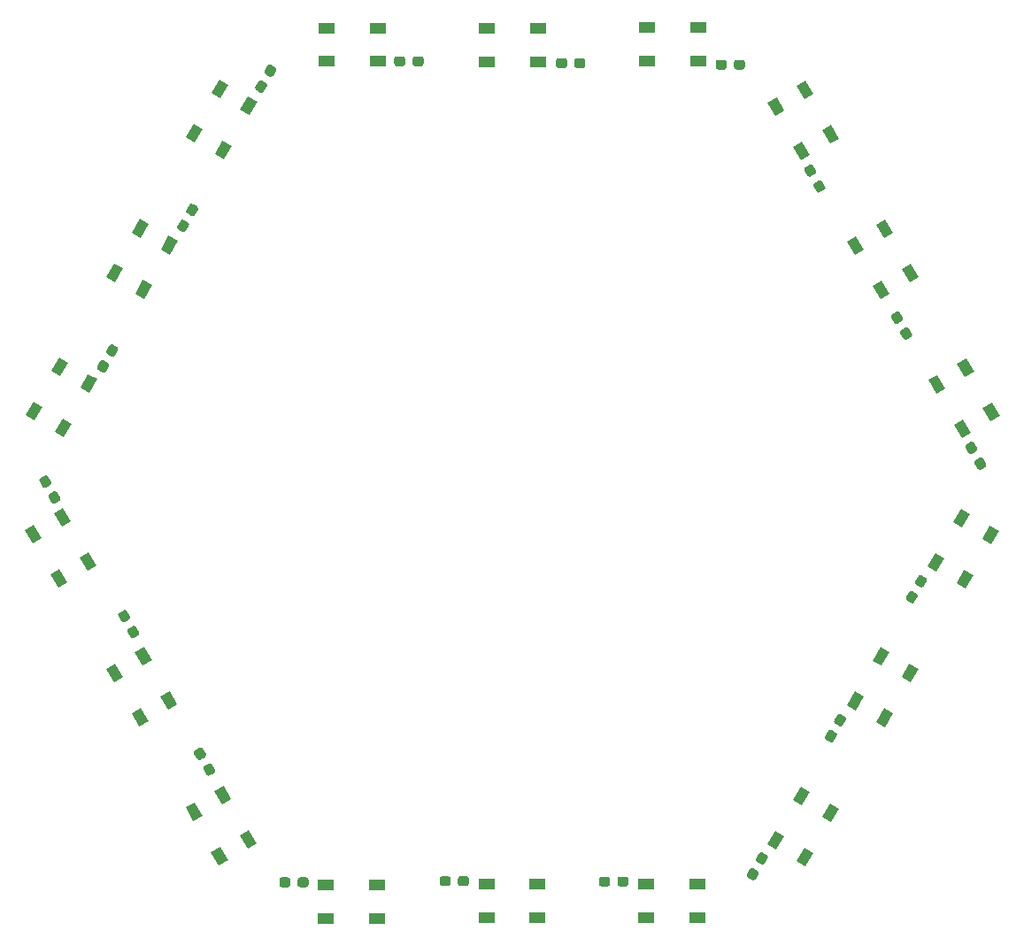
<source format=gtp>
%TF.GenerationSoftware,KiCad,Pcbnew,(5.1.6-0-10_14)*%
%TF.CreationDate,2022-03-25T15:42:39-05:00*%
%TF.ProjectId,ws2812b_hexagon_BACKUP_20220323,77733238-3132-4625-9f68-657861676f6e,rev?*%
%TF.SameCoordinates,Original*%
%TF.FileFunction,Paste,Top*%
%TF.FilePolarity,Positive*%
%FSLAX46Y46*%
G04 Gerber Fmt 4.6, Leading zero omitted, Abs format (unit mm)*
G04 Created by KiCad (PCBNEW (5.1.6-0-10_14)) date 2022-03-25 15:42:39*
%MOMM*%
%LPD*%
G01*
G04 APERTURE LIST*
%ADD10C,0.100000*%
%ADD11R,1.500000X1.000000*%
G04 APERTURE END LIST*
D10*
%TO.C,D18*%
G36*
X121072475Y-116294895D02*
G01*
X121938501Y-115794895D01*
X122688501Y-117093933D01*
X121822475Y-117593933D01*
X121072475Y-116294895D01*
G37*
G36*
X123843757Y-114694895D02*
G01*
X124709783Y-114194895D01*
X125459783Y-115493933D01*
X124593757Y-115993933D01*
X123843757Y-114694895D01*
G37*
G36*
X118622475Y-112051371D02*
G01*
X119488501Y-111551371D01*
X120238501Y-112850409D01*
X119372475Y-113350409D01*
X118622475Y-112051371D01*
G37*
G36*
X121393757Y-110451371D02*
G01*
X122259783Y-109951371D01*
X123009783Y-111250409D01*
X122143757Y-111750409D01*
X121393757Y-110451371D01*
G37*
%TD*%
%TO.C,D16*%
G36*
X136429898Y-142846880D02*
G01*
X137295924Y-142346880D01*
X138045924Y-143645918D01*
X137179898Y-144145918D01*
X136429898Y-142846880D01*
G37*
G36*
X139201180Y-141246880D02*
G01*
X140067206Y-140746880D01*
X140817206Y-142045918D01*
X139951180Y-142545918D01*
X139201180Y-141246880D01*
G37*
G36*
X133979898Y-138603356D02*
G01*
X134845924Y-138103356D01*
X135595924Y-139402394D01*
X134729898Y-139902394D01*
X133979898Y-138603356D01*
G37*
G36*
X136751180Y-137003356D02*
G01*
X137617206Y-136503356D01*
X138367206Y-137802394D01*
X137501180Y-138302394D01*
X136751180Y-137003356D01*
G37*
%TD*%
%TO.C,D10*%
G36*
X205822646Y-116074825D02*
G01*
X204956620Y-115574825D01*
X205706620Y-114275787D01*
X206572646Y-114775787D01*
X205822646Y-116074825D01*
G37*
G36*
X208593928Y-117674825D02*
G01*
X207727902Y-117174825D01*
X208477902Y-115875787D01*
X209343928Y-116375787D01*
X208593928Y-117674825D01*
G37*
G36*
X208272646Y-111831301D02*
G01*
X207406620Y-111331301D01*
X208156620Y-110032263D01*
X209022646Y-110532263D01*
X208272646Y-111831301D01*
G37*
G36*
X211043928Y-113431301D02*
G01*
X210177902Y-112931301D01*
X210927902Y-111632263D01*
X211793928Y-112132263D01*
X211043928Y-113431301D01*
G37*
%TD*%
%TO.C,D12*%
G36*
X195733927Y-140011301D02*
G01*
X194867901Y-139511301D01*
X195617901Y-138212263D01*
X196483927Y-138712263D01*
X195733927Y-140011301D01*
G37*
G36*
X192962645Y-138411301D02*
G01*
X192096619Y-137911301D01*
X192846619Y-136612263D01*
X193712645Y-137112263D01*
X192962645Y-138411301D01*
G37*
G36*
X193283927Y-144254825D02*
G01*
X192417901Y-143754825D01*
X193167901Y-142455787D01*
X194033927Y-142955787D01*
X193283927Y-144254825D01*
G37*
G36*
X190512645Y-142654825D02*
G01*
X189646619Y-142154825D01*
X190396619Y-140855787D01*
X191262645Y-141355787D01*
X190512645Y-142654825D01*
G37*
%TD*%
%TO.C,D11*%
G36*
X203343927Y-126661301D02*
G01*
X202477901Y-126161301D01*
X203227901Y-124862263D01*
X204093927Y-125362263D01*
X203343927Y-126661301D01*
G37*
G36*
X200572645Y-125061301D02*
G01*
X199706619Y-124561301D01*
X200456619Y-123262263D01*
X201322645Y-123762263D01*
X200572645Y-125061301D01*
G37*
G36*
X200893927Y-130904825D02*
G01*
X200027901Y-130404825D01*
X200777901Y-129105787D01*
X201643927Y-129605787D01*
X200893927Y-130904825D01*
G37*
G36*
X198122645Y-129304825D02*
G01*
X197256619Y-128804825D01*
X198006619Y-127505787D01*
X198872645Y-128005787D01*
X198122645Y-129304825D01*
G37*
%TD*%
%TO.C,D9*%
G36*
X209099377Y-102751910D02*
G01*
X208233351Y-103251910D01*
X207483351Y-101952872D01*
X208349377Y-101452872D01*
X209099377Y-102751910D01*
G37*
G36*
X211870659Y-101151910D02*
G01*
X211004633Y-101651910D01*
X210254633Y-100352872D01*
X211120659Y-99852872D01*
X211870659Y-101151910D01*
G37*
G36*
X206649377Y-98508386D02*
G01*
X205783351Y-99008386D01*
X205033351Y-97709348D01*
X205899377Y-97209348D01*
X206649377Y-98508386D01*
G37*
G36*
X209420659Y-96908386D02*
G01*
X208554633Y-97408386D01*
X207804633Y-96109348D01*
X208670659Y-95609348D01*
X209420659Y-96908386D01*
G37*
%TD*%
%TO.C,D7*%
G36*
X194056703Y-70359537D02*
G01*
X193190677Y-70859537D01*
X192440677Y-69560499D01*
X193306703Y-69060499D01*
X194056703Y-70359537D01*
G37*
G36*
X191285421Y-71959537D02*
G01*
X190419395Y-72459537D01*
X189669395Y-71160499D01*
X190535421Y-70660499D01*
X191285421Y-71959537D01*
G37*
G36*
X196506703Y-74603061D02*
G01*
X195640677Y-75103061D01*
X194890677Y-73804023D01*
X195756703Y-73304023D01*
X196506703Y-74603061D01*
G37*
G36*
X193735421Y-76203061D02*
G01*
X192869395Y-76703061D01*
X192119395Y-75404023D01*
X192985421Y-74904023D01*
X193735421Y-76203061D01*
G37*
%TD*%
%TO.C,D8*%
G36*
X201342937Y-89486458D02*
G01*
X200476911Y-89986458D01*
X199726911Y-88687420D01*
X200592937Y-88187420D01*
X201342937Y-89486458D01*
G37*
G36*
X204114219Y-87886458D02*
G01*
X203248193Y-88386458D01*
X202498193Y-87087420D01*
X203364219Y-86587420D01*
X204114219Y-87886458D01*
G37*
G36*
X198892937Y-85242934D02*
G01*
X198026911Y-85742934D01*
X197276911Y-84443896D01*
X198142937Y-83943896D01*
X198892937Y-85242934D01*
G37*
G36*
X201664219Y-83642934D02*
G01*
X200798193Y-84142934D01*
X200048193Y-82843896D01*
X200914219Y-82343896D01*
X201664219Y-83642934D01*
G37*
%TD*%
D11*
%TO.C,D4*%
X152396174Y-67221819D03*
X152396174Y-64021819D03*
X147496174Y-67221819D03*
X147496174Y-64021819D03*
%TD*%
%TO.C,D6*%
X178170130Y-63990669D03*
X178170130Y-67190669D03*
X183070130Y-63990669D03*
X183070130Y-67190669D03*
%TD*%
%TO.C,D5*%
X162803691Y-64075216D03*
X162803691Y-67275216D03*
X167703691Y-64075216D03*
X167703691Y-67275216D03*
%TD*%
D10*
%TO.C,D3*%
G36*
X139969826Y-70545545D02*
G01*
X140835852Y-71045545D01*
X140085852Y-72344583D01*
X139219826Y-71844583D01*
X139969826Y-70545545D01*
G37*
G36*
X137198544Y-68945545D02*
G01*
X138064570Y-69445545D01*
X137314570Y-70744583D01*
X136448544Y-70244583D01*
X137198544Y-68945545D01*
G37*
G36*
X137519826Y-74789069D02*
G01*
X138385852Y-75289069D01*
X137635852Y-76588107D01*
X136769826Y-76088107D01*
X137519826Y-74789069D01*
G37*
G36*
X134748544Y-73189069D02*
G01*
X135614570Y-73689069D01*
X134864570Y-74988107D01*
X133998544Y-74488107D01*
X134748544Y-73189069D01*
G37*
%TD*%
%TO.C,D1*%
G36*
X119438544Y-99769069D02*
G01*
X120304570Y-100269069D01*
X119554570Y-101568107D01*
X118688544Y-101068107D01*
X119438544Y-99769069D01*
G37*
G36*
X122209826Y-101369069D02*
G01*
X123075852Y-101869069D01*
X122325852Y-103168107D01*
X121459826Y-102668107D01*
X122209826Y-101369069D01*
G37*
G36*
X121888544Y-95525545D02*
G01*
X122754570Y-96025545D01*
X122004570Y-97324583D01*
X121138544Y-96824583D01*
X121888544Y-95525545D01*
G37*
G36*
X124659826Y-97125545D02*
G01*
X125525852Y-97625545D01*
X124775852Y-98924583D01*
X123909826Y-98424583D01*
X124659826Y-97125545D01*
G37*
%TD*%
%TO.C,D2*%
G36*
X132359827Y-83895545D02*
G01*
X133225853Y-84395545D01*
X132475853Y-85694583D01*
X131609827Y-85194583D01*
X132359827Y-83895545D01*
G37*
G36*
X129588545Y-82295545D02*
G01*
X130454571Y-82795545D01*
X129704571Y-84094583D01*
X128838545Y-83594583D01*
X129588545Y-82295545D01*
G37*
G36*
X129909827Y-88139069D02*
G01*
X130775853Y-88639069D01*
X130025853Y-89938107D01*
X129159827Y-89438107D01*
X129909827Y-88139069D01*
G37*
G36*
X127138545Y-86539069D02*
G01*
X128004571Y-87039069D01*
X127254571Y-88338107D01*
X126388545Y-87838107D01*
X127138545Y-86539069D01*
G37*
%TD*%
D11*
%TO.C,D13*%
X178074753Y-145971394D03*
X178074753Y-149171394D03*
X182974753Y-145971394D03*
X182974753Y-149171394D03*
%TD*%
%TO.C,D15*%
X152300797Y-149202545D03*
X152300797Y-146002545D03*
X147400797Y-149202545D03*
X147400797Y-146002545D03*
%TD*%
%TO.C,D14*%
X167667236Y-149117998D03*
X167667236Y-145917998D03*
X162767236Y-149117998D03*
X162767236Y-145917998D03*
%TD*%
D10*
%TO.C,D17*%
G36*
X129143664Y-123719959D02*
G01*
X130009690Y-123219959D01*
X130759690Y-124518997D01*
X129893664Y-125018997D01*
X129143664Y-123719959D01*
G37*
G36*
X126372382Y-125319959D02*
G01*
X127238408Y-124819959D01*
X127988408Y-126118997D01*
X127122382Y-126618997D01*
X126372382Y-125319959D01*
G37*
G36*
X131593664Y-127963483D02*
G01*
X132459690Y-127463483D01*
X133209690Y-128762521D01*
X132343664Y-129262521D01*
X131593664Y-127963483D01*
G37*
G36*
X128822382Y-129563483D02*
G01*
X129688408Y-129063483D01*
X130438408Y-130362521D01*
X129572382Y-130862521D01*
X128822382Y-129563483D01*
G37*
%TD*%
%TO.C,C1*%
G36*
G01*
X171180000Y-67627500D02*
X171180000Y-67152500D01*
G75*
G02*
X171417500Y-66915000I237500J0D01*
G01*
X171992500Y-66915000D01*
G75*
G02*
X172230000Y-67152500I0J-237500D01*
G01*
X172230000Y-67627500D01*
G75*
G02*
X171992500Y-67865000I-237500J0D01*
G01*
X171417500Y-67865000D01*
G75*
G02*
X171180000Y-67627500I0J237500D01*
G01*
G37*
G36*
G01*
X169430000Y-67627500D02*
X169430000Y-67152500D01*
G75*
G02*
X169667500Y-66915000I237500J0D01*
G01*
X170242500Y-66915000D01*
G75*
G02*
X170480000Y-67152500I0J-237500D01*
G01*
X170480000Y-67627500D01*
G75*
G02*
X170242500Y-67865000I-237500J0D01*
G01*
X169667500Y-67865000D01*
G75*
G02*
X169430000Y-67627500I0J237500D01*
G01*
G37*
%TD*%
%TO.C,C2*%
G36*
G01*
X159350000Y-145412500D02*
X159350000Y-145887500D01*
G75*
G02*
X159112500Y-146125000I-237500J0D01*
G01*
X158537500Y-146125000D01*
G75*
G02*
X158300000Y-145887500I0J237500D01*
G01*
X158300000Y-145412500D01*
G75*
G02*
X158537500Y-145175000I237500J0D01*
G01*
X159112500Y-145175000D01*
G75*
G02*
X159350000Y-145412500I0J-237500D01*
G01*
G37*
G36*
G01*
X161100000Y-145412500D02*
X161100000Y-145887500D01*
G75*
G02*
X160862500Y-146125000I-237500J0D01*
G01*
X160287500Y-146125000D01*
G75*
G02*
X160050000Y-145887500I0J237500D01*
G01*
X160050000Y-145412500D01*
G75*
G02*
X160287500Y-145175000I237500J0D01*
G01*
X160862500Y-145175000D01*
G75*
G02*
X161100000Y-145412500I0J-237500D01*
G01*
G37*
%TD*%
%TO.C,C3*%
G36*
G01*
X153955000Y-67447500D02*
X153955000Y-66972500D01*
G75*
G02*
X154192500Y-66735000I237500J0D01*
G01*
X154767500Y-66735000D01*
G75*
G02*
X155005000Y-66972500I0J-237500D01*
G01*
X155005000Y-67447500D01*
G75*
G02*
X154767500Y-67685000I-237500J0D01*
G01*
X154192500Y-67685000D01*
G75*
G02*
X153955000Y-67447500I0J237500D01*
G01*
G37*
G36*
G01*
X155705000Y-67447500D02*
X155705000Y-66972500D01*
G75*
G02*
X155942500Y-66735000I237500J0D01*
G01*
X156517500Y-66735000D01*
G75*
G02*
X156755000Y-66972500I0J-237500D01*
G01*
X156755000Y-67447500D01*
G75*
G02*
X156517500Y-67685000I-237500J0D01*
G01*
X155942500Y-67685000D01*
G75*
G02*
X155705000Y-67447500I0J237500D01*
G01*
G37*
%TD*%
%TO.C,C4*%
G36*
G01*
X128578181Y-120645913D02*
X128166819Y-120883413D01*
G75*
G02*
X127842388Y-120796482I-118750J205681D01*
G01*
X127554888Y-120298518D01*
G75*
G02*
X127641819Y-119974087I205681J118750D01*
G01*
X128053181Y-119736587D01*
G75*
G02*
X128377612Y-119823518I118750J-205681D01*
G01*
X128665112Y-120321482D01*
G75*
G02*
X128578181Y-120645913I-205681J-118750D01*
G01*
G37*
G36*
G01*
X129453181Y-122161457D02*
X129041819Y-122398957D01*
G75*
G02*
X128717388Y-122312026I-118750J205681D01*
G01*
X128429888Y-121814062D01*
G75*
G02*
X128516819Y-121489631I205681J118750D01*
G01*
X128928181Y-121252131D01*
G75*
G02*
X129252612Y-121339062I118750J-205681D01*
G01*
X129540112Y-121837026D01*
G75*
G02*
X129453181Y-122161457I-205681J-118750D01*
G01*
G37*
%TD*%
%TO.C,C5*%
G36*
G01*
X209556819Y-105379631D02*
X209968181Y-105142131D01*
G75*
G02*
X210292612Y-105229062I118750J-205681D01*
G01*
X210580112Y-105727026D01*
G75*
G02*
X210493181Y-106051457I-205681J-118750D01*
G01*
X210081819Y-106288957D01*
G75*
G02*
X209757388Y-106202026I-118750J205681D01*
G01*
X209469888Y-105704062D01*
G75*
G02*
X209556819Y-105379631I205681J118750D01*
G01*
G37*
G36*
G01*
X208681819Y-103864087D02*
X209093181Y-103626587D01*
G75*
G02*
X209417612Y-103713518I118750J-205681D01*
G01*
X209705112Y-104211482D01*
G75*
G02*
X209618181Y-104535913I-205681J-118750D01*
G01*
X209206819Y-104773413D01*
G75*
G02*
X208882388Y-104686482I-118750J205681D01*
G01*
X208594888Y-104188518D01*
G75*
G02*
X208681819Y-103864087I205681J118750D01*
G01*
G37*
%TD*%
%TO.C,C6*%
G36*
G01*
X186455000Y-67777500D02*
X186455000Y-67302500D01*
G75*
G02*
X186692500Y-67065000I237500J0D01*
G01*
X187267500Y-67065000D01*
G75*
G02*
X187505000Y-67302500I0J-237500D01*
G01*
X187505000Y-67777500D01*
G75*
G02*
X187267500Y-68015000I-237500J0D01*
G01*
X186692500Y-68015000D01*
G75*
G02*
X186455000Y-67777500I0J237500D01*
G01*
G37*
G36*
G01*
X184705000Y-67777500D02*
X184705000Y-67302500D01*
G75*
G02*
X184942500Y-67065000I237500J0D01*
G01*
X185517500Y-67065000D01*
G75*
G02*
X185755000Y-67302500I0J-237500D01*
G01*
X185755000Y-67777500D01*
G75*
G02*
X185517500Y-68015000I-237500J0D01*
G01*
X184942500Y-68015000D01*
G75*
G02*
X184705000Y-67777500I0J237500D01*
G01*
G37*
%TD*%
%TO.C,C7*%
G36*
G01*
X135840681Y-133798141D02*
X135429319Y-134035641D01*
G75*
G02*
X135104888Y-133948710I-118750J205681D01*
G01*
X134817388Y-133450746D01*
G75*
G02*
X134904319Y-133126315I205681J118750D01*
G01*
X135315681Y-132888815D01*
G75*
G02*
X135640112Y-132975746I118750J-205681D01*
G01*
X135927612Y-133473710D01*
G75*
G02*
X135840681Y-133798141I-205681J-118750D01*
G01*
G37*
G36*
G01*
X136715681Y-135313685D02*
X136304319Y-135551185D01*
G75*
G02*
X135979888Y-135464254I-118750J205681D01*
G01*
X135692388Y-134966290D01*
G75*
G02*
X135779319Y-134641859I205681J118750D01*
G01*
X136190681Y-134404359D01*
G75*
G02*
X136515112Y-134491290I118750J-205681D01*
G01*
X136802612Y-134989254D01*
G75*
G02*
X136715681Y-135313685I-205681J-118750D01*
G01*
G37*
%TD*%
%TO.C,C8*%
G36*
G01*
X121038181Y-107775913D02*
X120626819Y-108013413D01*
G75*
G02*
X120302388Y-107926482I-118750J205681D01*
G01*
X120014888Y-107428518D01*
G75*
G02*
X120101819Y-107104087I205681J118750D01*
G01*
X120513181Y-106866587D01*
G75*
G02*
X120837612Y-106953518I118750J-205681D01*
G01*
X121125112Y-107451482D01*
G75*
G02*
X121038181Y-107775913I-205681J-118750D01*
G01*
G37*
G36*
G01*
X121913181Y-109291457D02*
X121501819Y-109528957D01*
G75*
G02*
X121177388Y-109442026I-118750J205681D01*
G01*
X120889888Y-108944062D01*
G75*
G02*
X120976819Y-108619631I205681J118750D01*
G01*
X121388181Y-108382131D01*
G75*
G02*
X121712612Y-108469062I118750J-205681D01*
G01*
X122000112Y-108967026D01*
G75*
G02*
X121913181Y-109291457I-205681J-118750D01*
G01*
G37*
%TD*%
%TO.C,C9*%
G36*
G01*
X202449319Y-92921859D02*
X202860681Y-92684359D01*
G75*
G02*
X203185112Y-92771290I118750J-205681D01*
G01*
X203472612Y-93269254D01*
G75*
G02*
X203385681Y-93593685I-205681J-118750D01*
G01*
X202974319Y-93831185D01*
G75*
G02*
X202649888Y-93744254I-118750J205681D01*
G01*
X202362388Y-93246290D01*
G75*
G02*
X202449319Y-92921859I205681J118750D01*
G01*
G37*
G36*
G01*
X201574319Y-91406315D02*
X201985681Y-91168815D01*
G75*
G02*
X202310112Y-91255746I118750J-205681D01*
G01*
X202597612Y-91753710D01*
G75*
G02*
X202510681Y-92078141I-205681J-118750D01*
G01*
X202099319Y-92315641D01*
G75*
G02*
X201774888Y-92228710I-118750J205681D01*
G01*
X201487388Y-91730746D01*
G75*
G02*
X201574319Y-91406315I205681J118750D01*
G01*
G37*
%TD*%
%TO.C,C10*%
G36*
G01*
X145755000Y-145532500D02*
X145755000Y-146007500D01*
G75*
G02*
X145517500Y-146245000I-237500J0D01*
G01*
X144942500Y-146245000D01*
G75*
G02*
X144705000Y-146007500I0J237500D01*
G01*
X144705000Y-145532500D01*
G75*
G02*
X144942500Y-145295000I237500J0D01*
G01*
X145517500Y-145295000D01*
G75*
G02*
X145755000Y-145532500I0J-237500D01*
G01*
G37*
G36*
G01*
X144005000Y-145532500D02*
X144005000Y-146007500D01*
G75*
G02*
X143767500Y-146245000I-237500J0D01*
G01*
X143192500Y-146245000D01*
G75*
G02*
X142955000Y-146007500I0J237500D01*
G01*
X142955000Y-145532500D01*
G75*
G02*
X143192500Y-145295000I237500J0D01*
G01*
X143767500Y-145295000D01*
G75*
G02*
X144005000Y-145532500I0J-237500D01*
G01*
G37*
%TD*%
%TO.C,C11*%
G36*
G01*
X193274319Y-77326315D02*
X193685681Y-77088815D01*
G75*
G02*
X194010112Y-77175746I118750J-205681D01*
G01*
X194297612Y-77673710D01*
G75*
G02*
X194210681Y-77998141I-205681J-118750D01*
G01*
X193799319Y-78235641D01*
G75*
G02*
X193474888Y-78148710I-118750J205681D01*
G01*
X193187388Y-77650746D01*
G75*
G02*
X193274319Y-77326315I205681J118750D01*
G01*
G37*
G36*
G01*
X194149319Y-78841859D02*
X194560681Y-78604359D01*
G75*
G02*
X194885112Y-78691290I118750J-205681D01*
G01*
X195172612Y-79189254D01*
G75*
G02*
X195085681Y-79513685I-205681J-118750D01*
G01*
X194674319Y-79751185D01*
G75*
G02*
X194349888Y-79664254I-118750J205681D01*
G01*
X194062388Y-79166290D01*
G75*
G02*
X194149319Y-78841859I205681J118750D01*
G01*
G37*
%TD*%
%TO.C,C12*%
G36*
G01*
X176345000Y-145452500D02*
X176345000Y-145927500D01*
G75*
G02*
X176107500Y-146165000I-237500J0D01*
G01*
X175532500Y-146165000D01*
G75*
G02*
X175295000Y-145927500I0J237500D01*
G01*
X175295000Y-145452500D01*
G75*
G02*
X175532500Y-145215000I237500J0D01*
G01*
X176107500Y-145215000D01*
G75*
G02*
X176345000Y-145452500I0J-237500D01*
G01*
G37*
G36*
G01*
X174595000Y-145452500D02*
X174595000Y-145927500D01*
G75*
G02*
X174357500Y-146165000I-237500J0D01*
G01*
X173782500Y-146165000D01*
G75*
G02*
X173545000Y-145927500I0J237500D01*
G01*
X173545000Y-145452500D01*
G75*
G02*
X173782500Y-145215000I237500J0D01*
G01*
X174357500Y-145215000D01*
G75*
G02*
X174595000Y-145452500I0J-237500D01*
G01*
G37*
%TD*%
%TO.C,C13*%
G36*
G01*
X196664319Y-129678815D02*
X197075681Y-129916315D01*
G75*
G02*
X197162612Y-130240746I-118750J-205681D01*
G01*
X196875112Y-130738710D01*
G75*
G02*
X196550681Y-130825641I-205681J118750D01*
G01*
X196139319Y-130588141D01*
G75*
G02*
X196052388Y-130263710I118750J205681D01*
G01*
X196339888Y-129765746D01*
G75*
G02*
X196664319Y-129678815I205681J-118750D01*
G01*
G37*
G36*
G01*
X195789319Y-131194359D02*
X196200681Y-131431859D01*
G75*
G02*
X196287612Y-131756290I-118750J-205681D01*
G01*
X196000112Y-132254254D01*
G75*
G02*
X195675681Y-132341185I-205681J118750D01*
G01*
X195264319Y-132103685D01*
G75*
G02*
X195177388Y-131779254I118750J205681D01*
G01*
X195464888Y-131281290D01*
G75*
G02*
X195789319Y-131194359I205681J-118750D01*
G01*
G37*
%TD*%
%TO.C,C14*%
G36*
G01*
X141168181Y-70198957D02*
X140756819Y-69961457D01*
G75*
G02*
X140669888Y-69637026I118750J205681D01*
G01*
X140957388Y-69139062D01*
G75*
G02*
X141281819Y-69052131I205681J-118750D01*
G01*
X141693181Y-69289631D01*
G75*
G02*
X141780112Y-69614062I-118750J-205681D01*
G01*
X141492612Y-70112026D01*
G75*
G02*
X141168181Y-70198957I-205681J118750D01*
G01*
G37*
G36*
G01*
X142043181Y-68683413D02*
X141631819Y-68445913D01*
G75*
G02*
X141544888Y-68121482I118750J205681D01*
G01*
X141832388Y-67623518D01*
G75*
G02*
X142156819Y-67536587I205681J-118750D01*
G01*
X142568181Y-67774087D01*
G75*
G02*
X142655112Y-68098518I-118750J-205681D01*
G01*
X142367612Y-68596482D01*
G75*
G02*
X142043181Y-68683413I-205681J118750D01*
G01*
G37*
%TD*%
%TO.C,C15*%
G36*
G01*
X188299319Y-144414359D02*
X188710681Y-144651859D01*
G75*
G02*
X188797612Y-144976290I-118750J-205681D01*
G01*
X188510112Y-145474254D01*
G75*
G02*
X188185681Y-145561185I-205681J118750D01*
G01*
X187774319Y-145323685D01*
G75*
G02*
X187687388Y-144999254I118750J205681D01*
G01*
X187974888Y-144501290D01*
G75*
G02*
X188299319Y-144414359I205681J-118750D01*
G01*
G37*
G36*
G01*
X189174319Y-142898815D02*
X189585681Y-143136315D01*
G75*
G02*
X189672612Y-143460746I-118750J-205681D01*
G01*
X189385112Y-143958710D01*
G75*
G02*
X189060681Y-144045641I-205681J118750D01*
G01*
X188649319Y-143808141D01*
G75*
G02*
X188562388Y-143483710I118750J205681D01*
G01*
X188849888Y-142985746D01*
G75*
G02*
X189174319Y-142898815I205681J-118750D01*
G01*
G37*
%TD*%
%TO.C,C16*%
G36*
G01*
X133688181Y-83538957D02*
X133276819Y-83301457D01*
G75*
G02*
X133189888Y-82977026I118750J205681D01*
G01*
X133477388Y-82479062D01*
G75*
G02*
X133801819Y-82392131I205681J-118750D01*
G01*
X134213181Y-82629631D01*
G75*
G02*
X134300112Y-82954062I-118750J-205681D01*
G01*
X134012612Y-83452026D01*
G75*
G02*
X133688181Y-83538957I-205681J118750D01*
G01*
G37*
G36*
G01*
X134563181Y-82023413D02*
X134151819Y-81785913D01*
G75*
G02*
X134064888Y-81461482I118750J205681D01*
G01*
X134352388Y-80963518D01*
G75*
G02*
X134676819Y-80876587I205681J-118750D01*
G01*
X135088181Y-81114087D01*
G75*
G02*
X135175112Y-81438518I-118750J-205681D01*
G01*
X134887612Y-81936482D01*
G75*
G02*
X134563181Y-82023413I-205681J118750D01*
G01*
G37*
%TD*%
%TO.C,C17*%
G36*
G01*
X204404319Y-116378815D02*
X204815681Y-116616315D01*
G75*
G02*
X204902612Y-116940746I-118750J-205681D01*
G01*
X204615112Y-117438710D01*
G75*
G02*
X204290681Y-117525641I-205681J118750D01*
G01*
X203879319Y-117288141D01*
G75*
G02*
X203792388Y-116963710I118750J205681D01*
G01*
X204079888Y-116465746D01*
G75*
G02*
X204404319Y-116378815I205681J-118750D01*
G01*
G37*
G36*
G01*
X203529319Y-117894359D02*
X203940681Y-118131859D01*
G75*
G02*
X204027612Y-118456290I-118750J-205681D01*
G01*
X203740112Y-118954254D01*
G75*
G02*
X203415681Y-119041185I-205681J118750D01*
G01*
X203004319Y-118803685D01*
G75*
G02*
X202917388Y-118479254I118750J205681D01*
G01*
X203204888Y-117981290D01*
G75*
G02*
X203529319Y-117894359I205681J-118750D01*
G01*
G37*
%TD*%
%TO.C,C18*%
G36*
G01*
X126033181Y-96973413D02*
X125621819Y-96735913D01*
G75*
G02*
X125534888Y-96411482I118750J205681D01*
G01*
X125822388Y-95913518D01*
G75*
G02*
X126146819Y-95826587I205681J-118750D01*
G01*
X126558181Y-96064087D01*
G75*
G02*
X126645112Y-96388518I-118750J-205681D01*
G01*
X126357612Y-96886482D01*
G75*
G02*
X126033181Y-96973413I-205681J118750D01*
G01*
G37*
G36*
G01*
X126908181Y-95457869D02*
X126496819Y-95220369D01*
G75*
G02*
X126409888Y-94895938I118750J205681D01*
G01*
X126697388Y-94397974D01*
G75*
G02*
X127021819Y-94311043I205681J-118750D01*
G01*
X127433181Y-94548543D01*
G75*
G02*
X127520112Y-94872974I-118750J-205681D01*
G01*
X127232612Y-95370938D01*
G75*
G02*
X126908181Y-95457869I-205681J118750D01*
G01*
G37*
%TD*%
M02*

</source>
